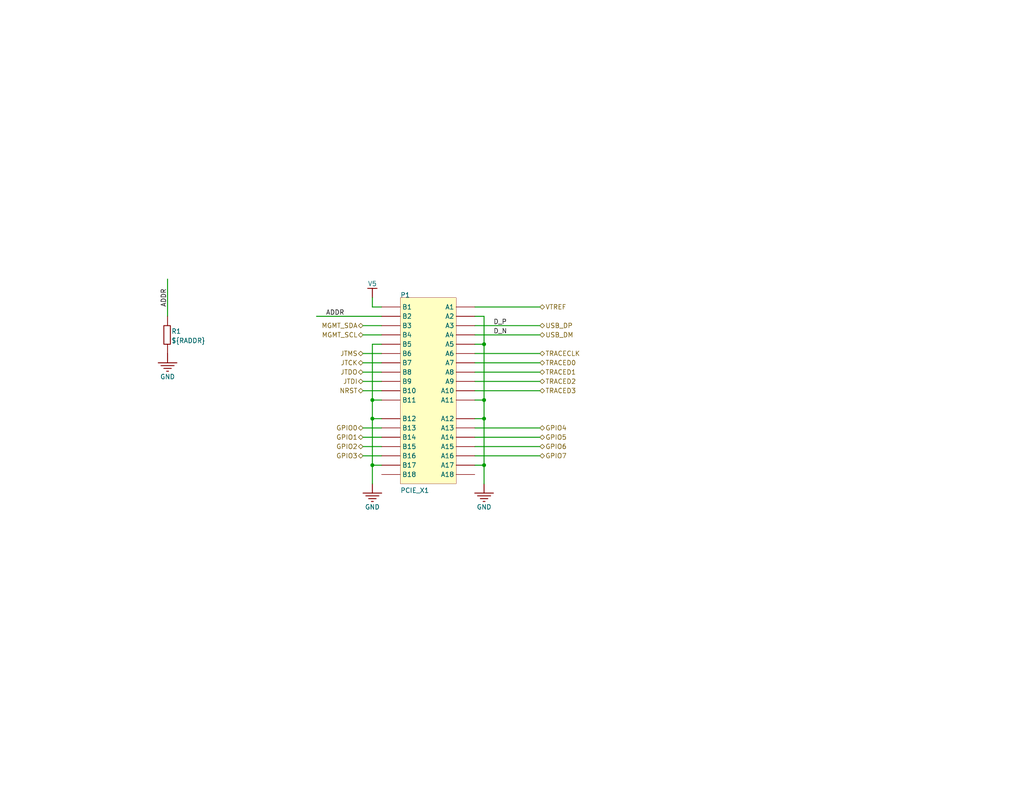
<source format=kicad_sch>
(kicad_sch (version 20231120) (generator "eeschema") (generator_version "8.0")
  (paper "A")
  (lib_symbols
    (symbol "top-altium-import:GND_POWER_GROUND" (power)
      (property "Reference" "#PWR" (at 0 0 0))
      (property "Value" "GND" (at 0 6.35 0))
      (symbol "GND_POWER_GROUND_0_0"
        (polyline (pts (xy -2.54 -2.54) (xy 2.54 -2.54)) (stroke (width 0.254)))
        (polyline (pts (xy -1.778 -3.302) (xy 1.778 -3.302)) (stroke (width 0.254)))
        (polyline (pts (xy -1.016 -4.064) (xy 1.016 -4.064)) (stroke (width 0.254)))
        (polyline (pts (xy -0.254 -4.826) (xy 0.254 -4.826)) (stroke (width 0.254)))
        (polyline (pts (xy 0 0) (xy 0 -2.54)) (stroke (width 0.254)))
        (pin power_in line (at 0 0 0) (length 0) hide (name "GND") (number ""))
      )
    )
    (symbol "top-altium-import:SLOT7_0_PCIE_X1"
      (symbol "SLOT7_0_PCIE_X1_1_0"
        (rectangle (start 7.62 22.86) (end -7.62 -27.94) (stroke (width 0.0254) (color 128 0 0 1)) (fill (type background)))
        (pin passive line (at 12.7 20.32 180) (length 5.08) (name "A1") (number "A1"))
        (pin passive line (at 12.7 -2.54 180) (length 5.08) (name "A10") (number "A10"))
        (pin passive line (at 12.7 -5.08 180) (length 5.08) (name "A11") (number "A11"))
        (pin passive line (at 12.7 -10.16 180) (length 5.08) (name "A12") (number "A12"))
        (pin passive line (at 12.7 -12.7 180) (length 5.08) (name "A13") (number "A13"))
        (pin passive line (at 12.7 -15.24 180) (length 5.08) (name "A14") (number "A14"))
        (pin passive line (at 12.7 -17.78 180) (length 5.08) (name "A15") (number "A15"))
        (pin passive line (at 12.7 -20.32 180) (length 5.08) (name "A16") (number "A16"))
        (pin passive line (at 12.7 -22.86 180) (length 5.08) (name "A17") (number "A17"))
        (pin passive line (at 12.7 -25.4 180) (length 5.08) (name "A18") (number "A18"))
        (pin passive line (at 12.7 17.78 180) (length 5.08) (name "A2") (number "A2"))
        (pin passive line (at 12.7 15.24 180) (length 5.08) (name "A3") (number "A3"))
        (pin passive line (at 12.7 12.7 180) (length 5.08) (name "A4") (number "A4"))
        (pin passive line (at 12.7 10.16 180) (length 5.08) (name "A5") (number "A5"))
        (pin passive line (at 12.7 7.62 180) (length 5.08) (name "A6") (number "A6"))
        (pin passive line (at 12.7 5.08 180) (length 5.08) (name "A7") (number "A7"))
        (pin passive line (at 12.7 2.54 180) (length 5.08) (name "A8") (number "A8"))
        (pin passive line (at 12.7 0 180) (length 5.08) (name "A9") (number "A9"))
        (pin passive line (at -12.7 20.32 0) (length 5.08) (name "B1") (number "B1"))
        (pin passive line (at -12.7 -2.54 0) (length 5.08) (name "B10") (number "B10"))
        (pin passive line (at -12.7 -5.08 0) (length 5.08) (name "B11") (number "B11"))
        (pin passive line (at -12.7 -10.16 0) (length 5.08) (name "B12") (number "B12"))
        (pin passive line (at -12.7 -12.7 0) (length 5.08) (name "B13") (number "B13"))
        (pin passive line (at -12.7 -15.24 0) (length 5.08) (name "B14") (number "B14"))
        (pin passive line (at -12.7 -17.78 0) (length 5.08) (name "B15") (number "B15"))
        (pin passive line (at -12.7 -20.32 0) (length 5.08) (name "B16") (number "B16"))
        (pin passive line (at -12.7 -22.86 0) (length 5.08) (name "B17") (number "B17"))
        (pin passive line (at -12.7 -25.4 0) (length 5.08) (name "B18") (number "B18"))
        (pin passive line (at -12.7 17.78 0) (length 5.08) (name "B2") (number "B2"))
        (pin passive line (at -12.7 15.24 0) (length 5.08) (name "B3") (number "B3"))
        (pin passive line (at -12.7 12.7 0) (length 5.08) (name "B4") (number "B4"))
        (pin passive line (at -12.7 10.16 0) (length 5.08) (name "B5") (number "B5"))
        (pin passive line (at -12.7 7.62 0) (length 5.08) (name "B6") (number "B6"))
        (pin passive line (at -12.7 5.08 0) (length 5.08) (name "B7") (number "B7"))
        (pin passive line (at -12.7 2.54 0) (length 5.08) (name "B8") (number "B8"))
        (pin passive line (at -12.7 0 0) (length 5.08) (name "B9") (number "B9"))
      )
    )
    (symbol "top-altium-import:SLOT7_1_Resistor"
      (symbol "SLOT7_1_Resistor_1_0"
        (polyline (pts (xy 0.762 -2.54) (xy -1.016 -2.54) (xy -1.016 2.54) (xy 0.762 2.54) (xy 0.762 -2.54)) (stroke (width 0.254)))
        (pin passive line (at 0 -5.08 90) (length 2.54) (name "1") (number "1"))
        (pin passive line (at 0 5.08 270) (length 2.54) (name "2") (number "2"))
      )
    )
    (symbol "top-altium-import:V5_BAR" (power)
      (property "Reference" "#PWR" (at 0 0 0))
      (property "Value" "V5" (at 0 3.81 0))
      (symbol "V5_BAR_0_0"
        (polyline (pts (xy -1.27 -2.54) (xy 1.27 -2.54)) (stroke (width 0.254)))
        (polyline (pts (xy 0 0) (xy 0 -2.54)) (stroke (width 0.254)))
        (pin power_in line (at 0 0 0) (length 0) hide (name "V5") (number ""))
      )
    )
  )
  (junction (at 132.08 109.22))
  (junction (at 132.08 93.98))
  (junction (at 101.6 127))
  (junction (at 101.6 109.22))
  (junction (at 132.08 114.3))
  (junction (at 132.08 127))
  (junction (at 101.6 114.3))
  (wire (pts (xy 129.54 127) (xy 132.08 127)) (stroke (width 0.254)))
  (wire (pts (xy 132.08 114.3) (xy 132.08 127)) (stroke (width 0.254)))
  (wire (pts (xy 101.6 93.98) (xy 104.14 93.98)) (stroke (width 0.254)))
  (wire (pts (xy 99.06 124.46) (xy 104.14 124.46)) (stroke (width 0.254)))
  (wire (pts (xy 147.32 91.44) (xy 129.54 91.44)) (stroke (width 0.254)))
  (wire (pts (xy 99.06 91.44) (xy 104.14 91.44)) (stroke (width 0.254)))
  (wire (pts (xy 132.08 86.36) (xy 129.54 86.36)) (stroke (width 0.254)))
  (wire (pts (xy 132.08 93.98) (xy 132.08 109.22)) (stroke (width 0.254)))
  (wire (pts (xy 132.08 93.98) (xy 132.08 86.36)) (stroke (width 0.254)))
  (wire (pts (xy 147.32 96.52) (xy 129.54 96.52)) (stroke (width 0.254)))
  (wire (pts (xy 129.54 109.22) (xy 132.08 109.22)) (stroke (width 0.254)))
  (wire (pts (xy 101.6 109.22) (xy 101.6 93.98)) (stroke (width 0.254)))
  (wire (pts (xy 147.32 124.46) (xy 129.54 124.46)) (stroke (width 0.254)))
  (wire (pts (xy 101.6 83.82) (xy 101.6 81.28)) (stroke (width 0.254)))
  (wire (pts (xy 147.32 88.9) (xy 129.54 88.9)) (stroke (width 0.254)))
  (wire (pts (xy 132.08 109.22) (xy 132.08 114.3)) (stroke (width 0.254)))
  (wire (pts (xy 147.32 101.6) (xy 129.54 101.6)) (stroke (width 0.254)))
  (wire (pts (xy 147.32 99.06) (xy 129.54 99.06)) (stroke (width 0.254)))
  (wire (pts (xy 99.06 116.84) (xy 104.14 116.84)) (stroke (width 0.254)))
  (wire (pts (xy 147.32 104.14) (xy 129.54 104.14)) (stroke (width 0.254)))
  (wire (pts (xy 147.32 119.38) (xy 129.54 119.38)) (stroke (width 0.254)))
  (wire (pts (xy 101.6 114.3) (xy 101.6 109.22)) (stroke (width 0.254)))
  (wire (pts (xy 147.32 116.84) (xy 129.54 116.84)) (stroke (width 0.254)))
  (wire (pts (xy 104.14 127) (xy 101.6 127)) (stroke (width 0.254)))
  (wire (pts (xy 147.32 83.82) (xy 129.54 83.82)) (stroke (width 0.254)))
  (wire (pts (xy 86.36 86.36) (xy 104.14 86.36)) (stroke (width 0.254)))
  (wire (pts (xy 99.06 106.68) (xy 104.14 106.68)) (stroke (width 0.254)))
  (wire (pts (xy 99.06 101.6) (xy 104.14 101.6)) (stroke (width 0.254)))
  (wire (pts (xy 99.06 96.52) (xy 104.14 96.52)) (stroke (width 0.254)))
  (wire (pts (xy 101.6 132.08) (xy 101.6 127)) (stroke (width 0.254)))
  (wire (pts (xy 104.14 114.3) (xy 101.6 114.3)) (stroke (width 0.254)))
  (wire (pts (xy 45.72 86.36) (xy 45.72 76.2)) (stroke (width 0.254)))
  (wire (pts (xy 104.14 83.82) (xy 101.6 83.82)) (stroke (width 0.254)))
  (wire (pts (xy 99.06 121.92) (xy 104.14 121.92)) (stroke (width 0.254)))
  (wire (pts (xy 99.06 104.14) (xy 104.14 104.14)) (stroke (width 0.254)))
  (wire (pts (xy 129.54 114.3) (xy 132.08 114.3)) (stroke (width 0.254)))
  (wire (pts (xy 99.06 99.06) (xy 104.14 99.06)) (stroke (width 0.254)))
  (wire (pts (xy 129.54 93.98) (xy 132.08 93.98)) (stroke (width 0.254)))
  (wire (pts (xy 99.06 88.9) (xy 104.14 88.9)) (stroke (width 0.254)))
  (wire (pts (xy 99.06 119.38) (xy 104.14 119.38)) (stroke (width 0.254)))
  (wire (pts (xy 147.32 121.92) (xy 129.54 121.92)) (stroke (width 0.254)))
  (wire (pts (xy 104.14 109.22) (xy 101.6 109.22)) (stroke (width 0.254)))
  (wire (pts (xy 101.6 127) (xy 101.6 114.3)) (stroke (width 0.254)))
  (wire (pts (xy 132.08 127) (xy 132.08 132.08)) (stroke (width 0.254)))
  (wire (pts (xy 147.32 106.68) (xy 129.54 106.68)) (stroke (width 0.254)))
  (label "ADDR" (at 45.72 83.82 90))
  (label "ADDR" (at 88.9 86.36 0))
  (label "D_N" (at 134.62 91.44 0))
  (label "D_P" (at 134.62 88.9 0))
  (hierarchical_label "USB_DP" (shape bidirectional) (at 147.32 88.9 0))
  (hierarchical_label "GPIO6" (shape bidirectional) (at 147.32 121.92 0))
  (hierarchical_label "JTMS" (shape bidirectional) (at 99.06 96.52 180))
  (hierarchical_label "TRACED3" (shape bidirectional) (at 147.32 106.68 0))
  (hierarchical_label "GPIO1" (shape bidirectional) (at 99.06 119.38 180))
  (hierarchical_label "USB_DM" (shape bidirectional) (at 147.32 91.44 0))
  (hierarchical_label "JTDO" (shape bidirectional) (at 99.06 101.6 180))
  (hierarchical_label "VTREF" (shape bidirectional) (at 147.32 83.82 0))
  (hierarchical_label "TRACED0" (shape bidirectional) (at 147.32 99.06 0))
  (hierarchical_label "TRACECLK" (shape bidirectional) (at 147.32 96.52 0))
  (hierarchical_label "MGMT_SCL" (shape bidirectional) (at 99.06 91.44 180))
  (hierarchical_label "JTDI" (shape bidirectional) (at 99.06 104.14 180))
  (hierarchical_label "GPIO4" (shape bidirectional) (at 147.32 116.84 0))
  (hierarchical_label "NRST" (shape bidirectional) (at 99.06 106.68 180))
  (hierarchical_label "TRACED1" (shape bidirectional) (at 147.32 101.6 0))
  (hierarchical_label "GPIO2" (shape bidirectional) (at 99.06 121.92 180))
  (hierarchical_label "JTCK" (shape bidirectional) (at 99.06 99.06 180))
  (hierarchical_label "GPIO5" (shape bidirectional) (at 147.32 119.38 0))
  (hierarchical_label "TRACED2" (shape bidirectional) (at 147.32 104.14 0))
  (hierarchical_label "GPIO3" (shape bidirectional) (at 99.06 124.46 180))
  (hierarchical_label "GPIO0" (shape bidirectional) (at 99.06 116.84 180))
  (hierarchical_label "MGMT_SDA" (shape bidirectional) (at 99.06 88.9 180))
  (hierarchical_label "GPIO7" (shape bidirectional) (at 147.32 124.46 0))
  (symbol (lib_id "top-altium-import:V5_BAR") (at 101.6 81.28 180) (unit 1)
    (property "Reference" "#PWR?" (effects (hide yes)))
    (property "Value" "V5" (at 101.6 77.47 0))
  )
  (symbol (lib_id "top-altium-import:GND_POWER_GROUND") (at 101.6 132.08 0) (unit 1)
    (property "Reference" "#PWR?" (effects (hide yes)))
    (property "Value" "GND" (at 101.6 138.43 0))
  )
  (symbol (lib_id "top-altium-import:GND_POWER_GROUND") (at 132.08 132.08 0) (unit 1)
    (property "Reference" "#PWR?" (effects (hide yes)))
    (property "Value" "GND" (at 132.08 138.43 0))
  )
  (symbol (lib_id "top-altium-import:GND_POWER_GROUND") (at 45.72 96.52 0) (unit 1)
    (property "Reference" "#PWR?" (effects (hide yes)))
    (property "Value" "GND" (at 45.72 102.87 0))
  )
  (symbol (lib_id "top-altium-import:SLOT7_0_PCIE_X1") (at 116.84 104.14 0) (unit 1)
    (property "Reference" "P1" (at 109.22 81.28 0) (effects (justify left bottom)))
    (property "Value" "PCIE_X1" (at 109.22 134.62 0) (effects (justify left bottom)))
    (property "Footprint" "PCIE_X1_SMT" (effects (hide yes)))
  )
  (symbol (lib_id "top-altium-import:SLOT7_1_Resistor") (at 45.72 91.44 0) (unit 1)
    (property "Reference" "R1" (at 46.736 91.186 0) (effects (justify left bottom)))
    (property "Value" "${ALTIUM_VALUE}" (at 46.736 93.726 0) (effects (justify left bottom)))
    (property "Footprint" "0402" (effects (hide yes)))
    (property "ALTIUM_VALUE" "${RADDR}" (effects (hide yes)))
  )
)
</source>
